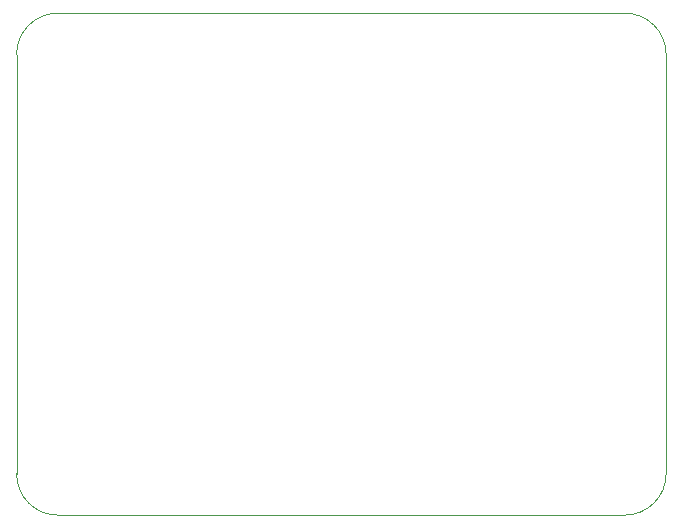
<source format=gbr>
%TF.GenerationSoftware,KiCad,Pcbnew,(5.1.6-0)*%
%TF.CreationDate,2023-06-01T15:27:15-07:00*%
%TF.ProjectId,input_buffer_RCA,696e7075-745f-4627-9566-6665725f5243,rev?*%
%TF.SameCoordinates,Original*%
%TF.FileFunction,Profile,NP*%
%FSLAX46Y46*%
G04 Gerber Fmt 4.6, Leading zero omitted, Abs format (unit mm)*
G04 Created by KiCad (PCBNEW (5.1.6-0)) date 2023-06-01 15:27:15*
%MOMM*%
%LPD*%
G01*
G04 APERTURE LIST*
%TA.AperFunction,Profile*%
%ADD10C,0.050000*%
%TD*%
G04 APERTURE END LIST*
D10*
X97500000Y-106000000D02*
G75*
G02*
X101000000Y-102500000I3500000J0D01*
G01*
X101000000Y-145000000D02*
G75*
G02*
X97500000Y-141500000I0J3500000D01*
G01*
X152500000Y-141500000D02*
G75*
G02*
X149000000Y-145000000I-3500000J0D01*
G01*
X148999999Y-102500000D02*
G75*
G02*
X152500000Y-106000000I1J-3500000D01*
G01*
X97500000Y-141500000D02*
X97500000Y-106000000D01*
X149000000Y-145000000D02*
X101000000Y-145000000D01*
X152500000Y-106000000D02*
X152500000Y-141500000D01*
X101000000Y-102500000D02*
X148999999Y-102500000D01*
M02*

</source>
